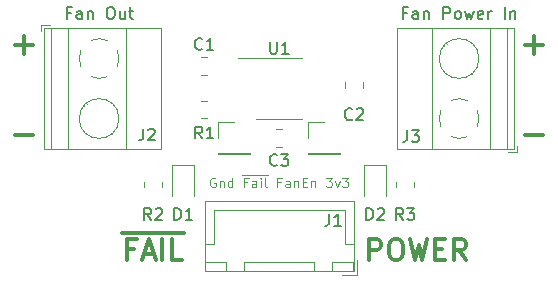
<source format=gbr>
%TF.GenerationSoftware,KiCad,Pcbnew,(6.0.0)*%
%TF.CreationDate,2022-12-15T23:32:01-05:00*%
%TF.ProjectId,FanExpander,46616e45-7870-4616-9e64-65722e6b6963,rev?*%
%TF.SameCoordinates,Original*%
%TF.FileFunction,Legend,Top*%
%TF.FilePolarity,Positive*%
%FSLAX46Y46*%
G04 Gerber Fmt 4.6, Leading zero omitted, Abs format (unit mm)*
G04 Created by KiCad (PCBNEW (6.0.0)) date 2022-12-15 23:32:01*
%MOMM*%
%LPD*%
G01*
G04 APERTURE LIST*
%ADD10C,0.150000*%
%ADD11C,0.300000*%
%ADD12C,0.100000*%
%ADD13C,0.120000*%
G04 APERTURE END LIST*
D10*
X110811428Y-93578571D02*
X110478095Y-93578571D01*
X110478095Y-94102380D02*
X110478095Y-93102380D01*
X110954285Y-93102380D01*
X111763809Y-94102380D02*
X111763809Y-93578571D01*
X111716190Y-93483333D01*
X111620952Y-93435714D01*
X111430476Y-93435714D01*
X111335238Y-93483333D01*
X111763809Y-94054761D02*
X111668571Y-94102380D01*
X111430476Y-94102380D01*
X111335238Y-94054761D01*
X111287619Y-93959523D01*
X111287619Y-93864285D01*
X111335238Y-93769047D01*
X111430476Y-93721428D01*
X111668571Y-93721428D01*
X111763809Y-93673809D01*
X112240000Y-93435714D02*
X112240000Y-94102380D01*
X112240000Y-93530952D02*
X112287619Y-93483333D01*
X112382857Y-93435714D01*
X112525714Y-93435714D01*
X112620952Y-93483333D01*
X112668571Y-93578571D01*
X112668571Y-94102380D01*
X113906666Y-94102380D02*
X113906666Y-93102380D01*
X114287619Y-93102380D01*
X114382857Y-93150000D01*
X114430476Y-93197619D01*
X114478095Y-93292857D01*
X114478095Y-93435714D01*
X114430476Y-93530952D01*
X114382857Y-93578571D01*
X114287619Y-93626190D01*
X113906666Y-93626190D01*
X115049523Y-94102380D02*
X114954285Y-94054761D01*
X114906666Y-94007142D01*
X114859047Y-93911904D01*
X114859047Y-93626190D01*
X114906666Y-93530952D01*
X114954285Y-93483333D01*
X115049523Y-93435714D01*
X115192380Y-93435714D01*
X115287619Y-93483333D01*
X115335238Y-93530952D01*
X115382857Y-93626190D01*
X115382857Y-93911904D01*
X115335238Y-94007142D01*
X115287619Y-94054761D01*
X115192380Y-94102380D01*
X115049523Y-94102380D01*
X115716190Y-93435714D02*
X115906666Y-94102380D01*
X116097142Y-93626190D01*
X116287619Y-94102380D01*
X116478095Y-93435714D01*
X117240000Y-94054761D02*
X117144761Y-94102380D01*
X116954285Y-94102380D01*
X116859047Y-94054761D01*
X116811428Y-93959523D01*
X116811428Y-93578571D01*
X116859047Y-93483333D01*
X116954285Y-93435714D01*
X117144761Y-93435714D01*
X117240000Y-93483333D01*
X117287619Y-93578571D01*
X117287619Y-93673809D01*
X116811428Y-93769047D01*
X117716190Y-94102380D02*
X117716190Y-93435714D01*
X117716190Y-93626190D02*
X117763809Y-93530952D01*
X117811428Y-93483333D01*
X117906666Y-93435714D01*
X118001904Y-93435714D01*
X119097142Y-94102380D02*
X119097142Y-93102380D01*
X119573333Y-93435714D02*
X119573333Y-94102380D01*
X119573333Y-93530952D02*
X119620952Y-93483333D01*
X119716190Y-93435714D01*
X119859047Y-93435714D01*
X119954285Y-93483333D01*
X120001904Y-93578571D01*
X120001904Y-94102380D01*
D11*
X107642333Y-114507666D02*
X107642333Y-112757666D01*
X108309000Y-112757666D01*
X108475666Y-112841000D01*
X108559000Y-112924333D01*
X108642333Y-113091000D01*
X108642333Y-113341000D01*
X108559000Y-113507666D01*
X108475666Y-113591000D01*
X108309000Y-113674333D01*
X107642333Y-113674333D01*
X109725666Y-112757666D02*
X110059000Y-112757666D01*
X110225666Y-112841000D01*
X110392333Y-113007666D01*
X110475666Y-113341000D01*
X110475666Y-113924333D01*
X110392333Y-114257666D01*
X110225666Y-114424333D01*
X110059000Y-114507666D01*
X109725666Y-114507666D01*
X109559000Y-114424333D01*
X109392333Y-114257666D01*
X109309000Y-113924333D01*
X109309000Y-113341000D01*
X109392333Y-113007666D01*
X109559000Y-112841000D01*
X109725666Y-112757666D01*
X111059000Y-112757666D02*
X111475666Y-114507666D01*
X111809000Y-113257666D01*
X112142333Y-114507666D01*
X112559000Y-112757666D01*
X113225666Y-113591000D02*
X113809000Y-113591000D01*
X114059000Y-114507666D02*
X113225666Y-114507666D01*
X113225666Y-112757666D01*
X114059000Y-112757666D01*
X115809000Y-114507666D02*
X115225666Y-113674333D01*
X114809000Y-114507666D02*
X114809000Y-112757666D01*
X115475666Y-112757666D01*
X115642333Y-112841000D01*
X115725666Y-112924333D01*
X115809000Y-113091000D01*
X115809000Y-113341000D01*
X115725666Y-113507666D01*
X115642333Y-113591000D01*
X115475666Y-113674333D01*
X114809000Y-113674333D01*
D10*
X82355238Y-93578571D02*
X82021904Y-93578571D01*
X82021904Y-94102380D02*
X82021904Y-93102380D01*
X82498095Y-93102380D01*
X83307619Y-94102380D02*
X83307619Y-93578571D01*
X83260000Y-93483333D01*
X83164761Y-93435714D01*
X82974285Y-93435714D01*
X82879047Y-93483333D01*
X83307619Y-94054761D02*
X83212380Y-94102380D01*
X82974285Y-94102380D01*
X82879047Y-94054761D01*
X82831428Y-93959523D01*
X82831428Y-93864285D01*
X82879047Y-93769047D01*
X82974285Y-93721428D01*
X83212380Y-93721428D01*
X83307619Y-93673809D01*
X83783809Y-93435714D02*
X83783809Y-94102380D01*
X83783809Y-93530952D02*
X83831428Y-93483333D01*
X83926666Y-93435714D01*
X84069523Y-93435714D01*
X84164761Y-93483333D01*
X84212380Y-93578571D01*
X84212380Y-94102380D01*
X85640952Y-93102380D02*
X85831428Y-93102380D01*
X85926666Y-93150000D01*
X86021904Y-93245238D01*
X86069523Y-93435714D01*
X86069523Y-93769047D01*
X86021904Y-93959523D01*
X85926666Y-94054761D01*
X85831428Y-94102380D01*
X85640952Y-94102380D01*
X85545714Y-94054761D01*
X85450476Y-93959523D01*
X85402857Y-93769047D01*
X85402857Y-93435714D01*
X85450476Y-93245238D01*
X85545714Y-93150000D01*
X85640952Y-93102380D01*
X86926666Y-93435714D02*
X86926666Y-94102380D01*
X86498095Y-93435714D02*
X86498095Y-93959523D01*
X86545714Y-94054761D01*
X86640952Y-94102380D01*
X86783809Y-94102380D01*
X86879047Y-94054761D01*
X86926666Y-94007142D01*
X87260000Y-93435714D02*
X87640952Y-93435714D01*
X87402857Y-93102380D02*
X87402857Y-93959523D01*
X87450476Y-94054761D01*
X87545714Y-94102380D01*
X87640952Y-94102380D01*
D11*
X77648095Y-96332857D02*
X79171904Y-96332857D01*
X78410000Y-97094761D02*
X78410000Y-95570952D01*
X77648095Y-103952857D02*
X79171904Y-103952857D01*
D12*
X94609523Y-107600000D02*
X94533333Y-107561904D01*
X94419047Y-107561904D01*
X94304761Y-107600000D01*
X94228571Y-107676190D01*
X94190476Y-107752380D01*
X94152380Y-107904761D01*
X94152380Y-108019047D01*
X94190476Y-108171428D01*
X94228571Y-108247619D01*
X94304761Y-108323809D01*
X94419047Y-108361904D01*
X94495238Y-108361904D01*
X94609523Y-108323809D01*
X94647619Y-108285714D01*
X94647619Y-108019047D01*
X94495238Y-108019047D01*
X94990476Y-107828571D02*
X94990476Y-108361904D01*
X94990476Y-107904761D02*
X95028571Y-107866666D01*
X95104761Y-107828571D01*
X95219047Y-107828571D01*
X95295238Y-107866666D01*
X95333333Y-107942857D01*
X95333333Y-108361904D01*
X96057142Y-108361904D02*
X96057142Y-107561904D01*
X96057142Y-108323809D02*
X95980952Y-108361904D01*
X95828571Y-108361904D01*
X95752380Y-108323809D01*
X95714285Y-108285714D01*
X95676190Y-108209523D01*
X95676190Y-107980952D01*
X95714285Y-107904761D01*
X95752380Y-107866666D01*
X95828571Y-107828571D01*
X95980952Y-107828571D01*
X96057142Y-107866666D01*
X96857142Y-107336000D02*
X97542857Y-107336000D01*
X97314285Y-107942857D02*
X97047619Y-107942857D01*
X97047619Y-108361904D02*
X97047619Y-107561904D01*
X97428571Y-107561904D01*
X97542857Y-107336000D02*
X98266666Y-107336000D01*
X98076190Y-108361904D02*
X98076190Y-107942857D01*
X98038095Y-107866666D01*
X97961904Y-107828571D01*
X97809523Y-107828571D01*
X97733333Y-107866666D01*
X98076190Y-108323809D02*
X98000000Y-108361904D01*
X97809523Y-108361904D01*
X97733333Y-108323809D01*
X97695238Y-108247619D01*
X97695238Y-108171428D01*
X97733333Y-108095238D01*
X97809523Y-108057142D01*
X98000000Y-108057142D01*
X98076190Y-108019047D01*
X98266666Y-107336000D02*
X98647619Y-107336000D01*
X98457142Y-108361904D02*
X98457142Y-107828571D01*
X98457142Y-107561904D02*
X98419047Y-107600000D01*
X98457142Y-107638095D01*
X98495238Y-107600000D01*
X98457142Y-107561904D01*
X98457142Y-107638095D01*
X98647619Y-107336000D02*
X99066666Y-107336000D01*
X98952380Y-108361904D02*
X98876190Y-108323809D01*
X98838095Y-108247619D01*
X98838095Y-107561904D01*
X100133333Y-107942857D02*
X99866666Y-107942857D01*
X99866666Y-108361904D02*
X99866666Y-107561904D01*
X100247619Y-107561904D01*
X100895238Y-108361904D02*
X100895238Y-107942857D01*
X100857142Y-107866666D01*
X100780952Y-107828571D01*
X100628571Y-107828571D01*
X100552380Y-107866666D01*
X100895238Y-108323809D02*
X100819047Y-108361904D01*
X100628571Y-108361904D01*
X100552380Y-108323809D01*
X100514285Y-108247619D01*
X100514285Y-108171428D01*
X100552380Y-108095238D01*
X100628571Y-108057142D01*
X100819047Y-108057142D01*
X100895238Y-108019047D01*
X101276190Y-107828571D02*
X101276190Y-108361904D01*
X101276190Y-107904761D02*
X101314285Y-107866666D01*
X101390476Y-107828571D01*
X101504761Y-107828571D01*
X101580952Y-107866666D01*
X101619047Y-107942857D01*
X101619047Y-108361904D01*
X102000000Y-107942857D02*
X102266666Y-107942857D01*
X102380952Y-108361904D02*
X102000000Y-108361904D01*
X102000000Y-107561904D01*
X102380952Y-107561904D01*
X102723809Y-107828571D02*
X102723809Y-108361904D01*
X102723809Y-107904761D02*
X102761904Y-107866666D01*
X102838095Y-107828571D01*
X102952380Y-107828571D01*
X103028571Y-107866666D01*
X103066666Y-107942857D01*
X103066666Y-108361904D01*
X103980952Y-107561904D02*
X104476190Y-107561904D01*
X104209523Y-107866666D01*
X104323809Y-107866666D01*
X104400000Y-107904761D01*
X104438095Y-107942857D01*
X104476190Y-108019047D01*
X104476190Y-108209523D01*
X104438095Y-108285714D01*
X104400000Y-108323809D01*
X104323809Y-108361904D01*
X104095238Y-108361904D01*
X104019047Y-108323809D01*
X103980952Y-108285714D01*
X104742857Y-107828571D02*
X104933333Y-108361904D01*
X105123809Y-107828571D01*
X105352380Y-107561904D02*
X105847619Y-107561904D01*
X105580952Y-107866666D01*
X105695238Y-107866666D01*
X105771428Y-107904761D01*
X105809523Y-107942857D01*
X105847619Y-108019047D01*
X105847619Y-108209523D01*
X105809523Y-108285714D01*
X105771428Y-108323809D01*
X105695238Y-108361904D01*
X105466666Y-108361904D01*
X105390476Y-108323809D01*
X105352380Y-108285714D01*
D11*
X86707000Y-112263500D02*
X88207000Y-112263500D01*
X87707000Y-113591000D02*
X87123666Y-113591000D01*
X87123666Y-114507666D02*
X87123666Y-112757666D01*
X87957000Y-112757666D01*
X88207000Y-112263500D02*
X89707000Y-112263500D01*
X88540333Y-114007666D02*
X89373666Y-114007666D01*
X88373666Y-114507666D02*
X88957000Y-112757666D01*
X89540333Y-114507666D01*
X89707000Y-112263500D02*
X90540333Y-112263500D01*
X90123666Y-114507666D02*
X90123666Y-112757666D01*
X90540333Y-112263500D02*
X91957000Y-112263500D01*
X91790333Y-114507666D02*
X90957000Y-114507666D01*
X90957000Y-112757666D01*
X120828095Y-103952857D02*
X122351904Y-103952857D01*
X120828095Y-96332857D02*
X122351904Y-96332857D01*
X121590000Y-97094761D02*
X121590000Y-95570952D01*
D10*
%TO.C,J3*%
X110842666Y-103516380D02*
X110842666Y-104230666D01*
X110795047Y-104373523D01*
X110699809Y-104468761D01*
X110556952Y-104516380D01*
X110461714Y-104516380D01*
X111223619Y-103516380D02*
X111842666Y-103516380D01*
X111509333Y-103897333D01*
X111652190Y-103897333D01*
X111747428Y-103944952D01*
X111795047Y-103992571D01*
X111842666Y-104087809D01*
X111842666Y-104325904D01*
X111795047Y-104421142D01*
X111747428Y-104468761D01*
X111652190Y-104516380D01*
X111366476Y-104516380D01*
X111271238Y-104468761D01*
X111223619Y-104421142D01*
%TO.C,C2*%
X106183333Y-102577142D02*
X106135714Y-102624761D01*
X105992857Y-102672380D01*
X105897619Y-102672380D01*
X105754761Y-102624761D01*
X105659523Y-102529523D01*
X105611904Y-102434285D01*
X105564285Y-102243809D01*
X105564285Y-102100952D01*
X105611904Y-101910476D01*
X105659523Y-101815238D01*
X105754761Y-101720000D01*
X105897619Y-101672380D01*
X105992857Y-101672380D01*
X106135714Y-101720000D01*
X106183333Y-101767619D01*
X106564285Y-101767619D02*
X106611904Y-101720000D01*
X106707142Y-101672380D01*
X106945238Y-101672380D01*
X107040476Y-101720000D01*
X107088095Y-101767619D01*
X107135714Y-101862857D01*
X107135714Y-101958095D01*
X107088095Y-102100952D01*
X106516666Y-102672380D01*
X107135714Y-102672380D01*
%TO.C,C3*%
X99833333Y-106453142D02*
X99785714Y-106500761D01*
X99642857Y-106548380D01*
X99547619Y-106548380D01*
X99404761Y-106500761D01*
X99309523Y-106405523D01*
X99261904Y-106310285D01*
X99214285Y-106119809D01*
X99214285Y-105976952D01*
X99261904Y-105786476D01*
X99309523Y-105691238D01*
X99404761Y-105596000D01*
X99547619Y-105548380D01*
X99642857Y-105548380D01*
X99785714Y-105596000D01*
X99833333Y-105643619D01*
X100166666Y-105548380D02*
X100785714Y-105548380D01*
X100452380Y-105929333D01*
X100595238Y-105929333D01*
X100690476Y-105976952D01*
X100738095Y-106024571D01*
X100785714Y-106119809D01*
X100785714Y-106357904D01*
X100738095Y-106453142D01*
X100690476Y-106500761D01*
X100595238Y-106548380D01*
X100309523Y-106548380D01*
X100214285Y-106500761D01*
X100166666Y-106453142D01*
%TO.C,U1*%
X99238095Y-96052380D02*
X99238095Y-96861904D01*
X99285714Y-96957142D01*
X99333333Y-97004761D01*
X99428571Y-97052380D01*
X99619047Y-97052380D01*
X99714285Y-97004761D01*
X99761904Y-96957142D01*
X99809523Y-96861904D01*
X99809523Y-96052380D01*
X100809523Y-97052380D02*
X100238095Y-97052380D01*
X100523809Y-97052380D02*
X100523809Y-96052380D01*
X100428571Y-96195238D01*
X100333333Y-96290476D01*
X100238095Y-96338095D01*
%TO.C,D2*%
X107389904Y-111120380D02*
X107389904Y-110120380D01*
X107628000Y-110120380D01*
X107770857Y-110168000D01*
X107866095Y-110263238D01*
X107913714Y-110358476D01*
X107961333Y-110548952D01*
X107961333Y-110691809D01*
X107913714Y-110882285D01*
X107866095Y-110977523D01*
X107770857Y-111072761D01*
X107628000Y-111120380D01*
X107389904Y-111120380D01*
X108342285Y-110215619D02*
X108389904Y-110168000D01*
X108485142Y-110120380D01*
X108723238Y-110120380D01*
X108818476Y-110168000D01*
X108866095Y-110215619D01*
X108913714Y-110310857D01*
X108913714Y-110406095D01*
X108866095Y-110548952D01*
X108294666Y-111120380D01*
X108913714Y-111120380D01*
%TO.C,D1*%
X91133904Y-111120380D02*
X91133904Y-110120380D01*
X91372000Y-110120380D01*
X91514857Y-110168000D01*
X91610095Y-110263238D01*
X91657714Y-110358476D01*
X91705333Y-110548952D01*
X91705333Y-110691809D01*
X91657714Y-110882285D01*
X91610095Y-110977523D01*
X91514857Y-111072761D01*
X91372000Y-111120380D01*
X91133904Y-111120380D01*
X92657714Y-111120380D02*
X92086285Y-111120380D01*
X92372000Y-111120380D02*
X92372000Y-110120380D01*
X92276761Y-110263238D01*
X92181523Y-110358476D01*
X92086285Y-110406095D01*
%TO.C,J2*%
X88490666Y-103389380D02*
X88490666Y-104103666D01*
X88443047Y-104246523D01*
X88347809Y-104341761D01*
X88204952Y-104389380D01*
X88109714Y-104389380D01*
X88919238Y-103484619D02*
X88966857Y-103437000D01*
X89062095Y-103389380D01*
X89300190Y-103389380D01*
X89395428Y-103437000D01*
X89443047Y-103484619D01*
X89490666Y-103579857D01*
X89490666Y-103675095D01*
X89443047Y-103817952D01*
X88871619Y-104389380D01*
X89490666Y-104389380D01*
%TO.C,J1*%
X104238666Y-110628380D02*
X104238666Y-111342666D01*
X104191047Y-111485523D01*
X104095809Y-111580761D01*
X103952952Y-111628380D01*
X103857714Y-111628380D01*
X105238666Y-111628380D02*
X104667238Y-111628380D01*
X104952952Y-111628380D02*
X104952952Y-110628380D01*
X104857714Y-110771238D01*
X104762476Y-110866476D01*
X104667238Y-110914095D01*
%TO.C,R2*%
X89165333Y-111120380D02*
X88832000Y-110644190D01*
X88593904Y-111120380D02*
X88593904Y-110120380D01*
X88974857Y-110120380D01*
X89070095Y-110168000D01*
X89117714Y-110215619D01*
X89165333Y-110310857D01*
X89165333Y-110453714D01*
X89117714Y-110548952D01*
X89070095Y-110596571D01*
X88974857Y-110644190D01*
X88593904Y-110644190D01*
X89546285Y-110215619D02*
X89593904Y-110168000D01*
X89689142Y-110120380D01*
X89927238Y-110120380D01*
X90022476Y-110168000D01*
X90070095Y-110215619D01*
X90117714Y-110310857D01*
X90117714Y-110406095D01*
X90070095Y-110548952D01*
X89498666Y-111120380D01*
X90117714Y-111120380D01*
%TO.C,R3*%
X110501333Y-111120380D02*
X110168000Y-110644190D01*
X109929904Y-111120380D02*
X109929904Y-110120380D01*
X110310857Y-110120380D01*
X110406095Y-110168000D01*
X110453714Y-110215619D01*
X110501333Y-110310857D01*
X110501333Y-110453714D01*
X110453714Y-110548952D01*
X110406095Y-110596571D01*
X110310857Y-110644190D01*
X109929904Y-110644190D01*
X110834666Y-110120380D02*
X111453714Y-110120380D01*
X111120380Y-110501333D01*
X111263238Y-110501333D01*
X111358476Y-110548952D01*
X111406095Y-110596571D01*
X111453714Y-110691809D01*
X111453714Y-110929904D01*
X111406095Y-111025142D01*
X111358476Y-111072761D01*
X111263238Y-111120380D01*
X110977523Y-111120380D01*
X110882285Y-111072761D01*
X110834666Y-111025142D01*
%TO.C,C1*%
X93483333Y-96635142D02*
X93435714Y-96682761D01*
X93292857Y-96730380D01*
X93197619Y-96730380D01*
X93054761Y-96682761D01*
X92959523Y-96587523D01*
X92911904Y-96492285D01*
X92864285Y-96301809D01*
X92864285Y-96158952D01*
X92911904Y-95968476D01*
X92959523Y-95873238D01*
X93054761Y-95778000D01*
X93197619Y-95730380D01*
X93292857Y-95730380D01*
X93435714Y-95778000D01*
X93483333Y-95825619D01*
X94435714Y-96730380D02*
X93864285Y-96730380D01*
X94150000Y-96730380D02*
X94150000Y-95730380D01*
X94054761Y-95873238D01*
X93959523Y-95968476D01*
X93864285Y-96016095D01*
%TO.C,R1*%
X93483333Y-104230380D02*
X93150000Y-103754190D01*
X92911904Y-104230380D02*
X92911904Y-103230380D01*
X93292857Y-103230380D01*
X93388095Y-103278000D01*
X93435714Y-103325619D01*
X93483333Y-103420857D01*
X93483333Y-103563714D01*
X93435714Y-103658952D01*
X93388095Y-103706571D01*
X93292857Y-103754190D01*
X92911904Y-103754190D01*
X94435714Y-104230380D02*
X93864285Y-104230380D01*
X94150000Y-104230380D02*
X94150000Y-103230380D01*
X94054761Y-103373238D01*
X93959523Y-103468476D01*
X93864285Y-103516095D01*
D13*
%TO.C,J3*%
X119900000Y-105140000D02*
X119900000Y-94860000D01*
X119400000Y-105380000D02*
X120140000Y-105380000D01*
X119340000Y-105140000D02*
X119340000Y-94860000D01*
X116479000Y-98494000D02*
X116514000Y-98529000D01*
X109979000Y-105140000D02*
X109979000Y-94860000D01*
X109979000Y-94860000D02*
X119900000Y-94860000D01*
X109979000Y-105140000D02*
X119900000Y-105140000D01*
X116263000Y-98687000D02*
X116309000Y-98734000D01*
X113965000Y-96390000D02*
X114001000Y-96425000D01*
X114171000Y-96185000D02*
X114217000Y-96232000D01*
X117840000Y-105140000D02*
X117840000Y-94860000D01*
X120140000Y-105380000D02*
X120140000Y-104880000D01*
X112939000Y-105140000D02*
X112939000Y-94860000D01*
X114556000Y-104075000D02*
G75*
G03*
X115923042Y-104075427I684001J1534993D01*
G01*
X113705000Y-101856000D02*
G75*
G03*
X113704573Y-103223042I1534993J-684001D01*
G01*
X116775000Y-103224000D02*
G75*
G03*
X116920253Y-102511195I-1535001J683999D01*
G01*
X116920000Y-102540000D02*
G75*
G03*
X116774756Y-101856682I-1679992J1D01*
G01*
X115924000Y-101005000D02*
G75*
G03*
X114556958Y-101004573I-684001J-1534993D01*
G01*
X116920000Y-97460000D02*
G75*
G03*
X116920000Y-97460000I-1680000J0D01*
G01*
%TO.C,C2*%
X107085000Y-99941252D02*
X107085000Y-99418748D01*
X105615000Y-99941252D02*
X105615000Y-99418748D01*
%TO.C,C3*%
X99738748Y-103456000D02*
X100261252Y-103456000D01*
X99738748Y-104926000D02*
X100261252Y-104926000D01*
%TO.C,U1*%
X100000000Y-102560000D02*
X98050000Y-102560000D01*
X100000000Y-97440000D02*
X96550000Y-97440000D01*
X100000000Y-97440000D02*
X101950000Y-97440000D01*
X100000000Y-102560000D02*
X101950000Y-102560000D01*
%TO.C,D2*%
X107168000Y-106443000D02*
X107168000Y-109128000D01*
X109088000Y-106443000D02*
X107168000Y-106443000D01*
X109088000Y-109128000D02*
X109088000Y-106443000D01*
%TO.C,D1*%
X92832000Y-109128000D02*
X92832000Y-106443000D01*
X92832000Y-106443000D02*
X90912000Y-106443000D01*
X90912000Y-106443000D02*
X90912000Y-109128000D01*
%TO.C,J2*%
X85829000Y-103815000D02*
X85783000Y-103768000D01*
X87061000Y-94860000D02*
X87061000Y-105140000D01*
X80100000Y-94860000D02*
X80100000Y-105140000D01*
X90021000Y-94860000D02*
X80100000Y-94860000D01*
X79860000Y-94620000D02*
X79860000Y-95120000D01*
X90021000Y-94860000D02*
X90021000Y-105140000D01*
X80660000Y-94860000D02*
X80660000Y-105140000D01*
X80600000Y-94620000D02*
X79860000Y-94620000D01*
X86035000Y-103610000D02*
X85999000Y-103575000D01*
X82160000Y-94860000D02*
X82160000Y-105140000D01*
X90021000Y-105140000D02*
X80100000Y-105140000D01*
X83737000Y-101313000D02*
X83691000Y-101266000D01*
X83521000Y-101506000D02*
X83486000Y-101471000D01*
X83080000Y-97460000D02*
G75*
G03*
X83225244Y-98143318I1679992J-1D01*
G01*
X86295000Y-98144000D02*
G75*
G03*
X86295427Y-96776958I-1534993J684001D01*
G01*
X83225000Y-96776000D02*
G75*
G03*
X83079747Y-97488805I1535001J-683999D01*
G01*
X84076000Y-98995000D02*
G75*
G03*
X85443042Y-98995427I684001J1534993D01*
G01*
X85444000Y-95925000D02*
G75*
G03*
X84076958Y-95924573I-684001J-1534993D01*
G01*
X86440000Y-102540000D02*
G75*
G03*
X86440000Y-102540000I-1680000J0D01*
G01*
%TO.C,J5*%
X102480000Y-104191000D02*
X102480000Y-102861000D01*
X102480000Y-105461000D02*
X105140000Y-105461000D01*
X102480000Y-105521000D02*
X105140000Y-105521000D01*
X102480000Y-102861000D02*
X103810000Y-102861000D01*
X102480000Y-105461000D02*
X102480000Y-105521000D01*
X105140000Y-105461000D02*
X105140000Y-105521000D01*
%TO.C,J1*%
X105550000Y-110250000D02*
X100000000Y-110250000D01*
X106310000Y-115460000D02*
X106310000Y-109490000D01*
X106600000Y-115750000D02*
X106600000Y-114500000D01*
X97000000Y-114700000D02*
X97000000Y-115450000D01*
X93700000Y-114700000D02*
X93700000Y-115450000D01*
X94450000Y-113200000D02*
X94450000Y-110250000D01*
X104500000Y-115450000D02*
X106300000Y-115450000D01*
X95500000Y-114700000D02*
X93700000Y-114700000D01*
X93700000Y-115450000D02*
X95500000Y-115450000D01*
X95500000Y-115450000D02*
X95500000Y-114700000D01*
X106300000Y-114700000D02*
X104500000Y-114700000D01*
X103000000Y-114700000D02*
X97000000Y-114700000D01*
X93690000Y-109490000D02*
X93690000Y-115460000D01*
X105550000Y-113200000D02*
X105550000Y-110250000D01*
X93700000Y-113200000D02*
X94450000Y-113200000D01*
X94450000Y-110250000D02*
X100000000Y-110250000D01*
X106310000Y-109490000D02*
X93690000Y-109490000D01*
X105350000Y-115750000D02*
X106600000Y-115750000D01*
X97000000Y-115450000D02*
X103000000Y-115450000D01*
X93690000Y-115460000D02*
X106310000Y-115460000D01*
X106300000Y-113200000D02*
X105550000Y-113200000D01*
X103000000Y-115450000D02*
X103000000Y-114700000D01*
X104500000Y-114700000D02*
X104500000Y-115450000D01*
X106300000Y-115450000D02*
X106300000Y-114700000D01*
%TO.C,R2*%
X88597000Y-107900936D02*
X88597000Y-108355064D01*
X90067000Y-107900936D02*
X90067000Y-108355064D01*
%TO.C,R3*%
X111403000Y-107900936D02*
X111403000Y-108355064D01*
X109933000Y-107900936D02*
X109933000Y-108355064D01*
%TO.C,C1*%
X93388748Y-98830000D02*
X93911252Y-98830000D01*
X93388748Y-97360000D02*
X93911252Y-97360000D01*
%TO.C,J4*%
X94860000Y-105461000D02*
X97520000Y-105461000D01*
X94860000Y-104191000D02*
X94860000Y-102861000D01*
X94860000Y-105461000D02*
X94860000Y-105521000D01*
X94860000Y-105521000D02*
X97520000Y-105521000D01*
X94860000Y-102861000D02*
X96190000Y-102861000D01*
X97520000Y-105461000D02*
X97520000Y-105521000D01*
%TO.C,R1*%
X93877064Y-101043000D02*
X93422936Y-101043000D01*
X93877064Y-102513000D02*
X93422936Y-102513000D01*
%TD*%
M02*

</source>
